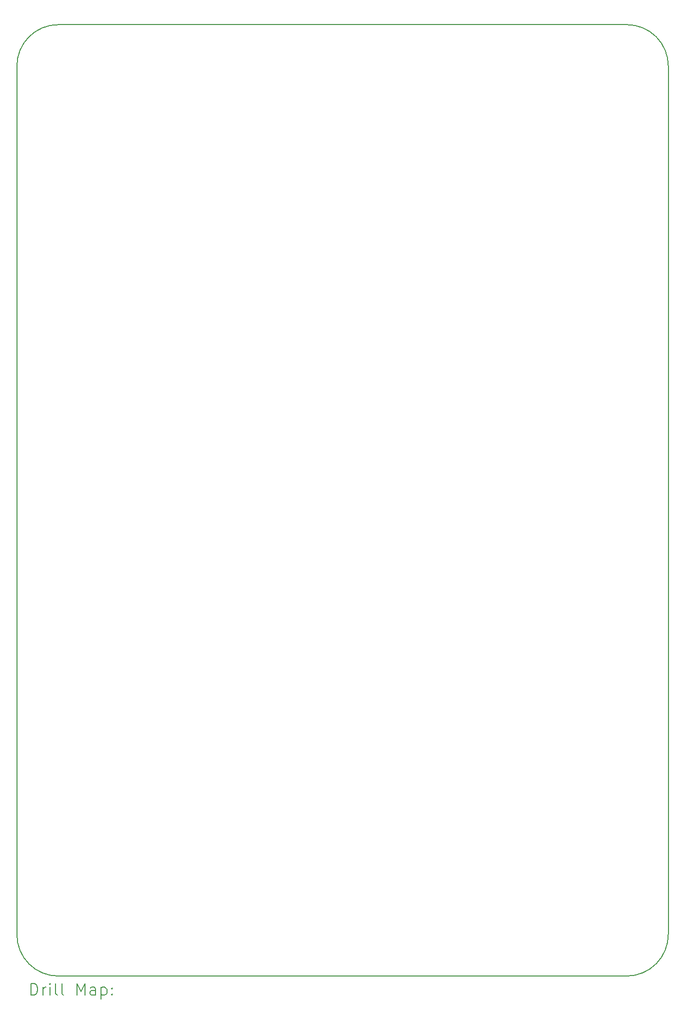
<source format=gbr>
%TF.GenerationSoftware,KiCad,Pcbnew,7.0.2*%
%TF.CreationDate,2023-12-01T11:35:16-06:00*%
%TF.ProjectId,SixteenSegClock-Main,53697874-6565-46e5-9365-67436c6f636b,rev?*%
%TF.SameCoordinates,PX1312d00PYb0866e0*%
%TF.FileFunction,Drillmap*%
%TF.FilePolarity,Positive*%
%FSLAX45Y45*%
G04 Gerber Fmt 4.5, Leading zero omitted, Abs format (unit mm)*
G04 Created by KiCad (PCBNEW 7.0.2) date 2023-12-01 11:35:16*
%MOMM*%
%LPD*%
G01*
G04 APERTURE LIST*
%ADD10C,0.200000*%
G04 APERTURE END LIST*
D10*
X11230000Y15610000D02*
X11230000Y910000D01*
X11230000Y15610000D02*
G75*
G03*
X10530000Y16310000I-699700J300D01*
G01*
X900000Y16310000D02*
X10530000Y16310000D01*
X10530000Y200000D02*
X900000Y200000D01*
X10530000Y199996D02*
G75*
G03*
X11230000Y910000I-4700J704704D01*
G01*
X900000Y16310000D02*
G75*
G03*
X200000Y15610000I-300J-699700D01*
G01*
X200000Y900000D02*
X200000Y15610000D01*
X200000Y900000D02*
G75*
G03*
X900000Y200000I699700J-300D01*
G01*
X437619Y-122524D02*
X437619Y77476D01*
X437619Y77476D02*
X485238Y77476D01*
X485238Y77476D02*
X513809Y67952D01*
X513809Y67952D02*
X532857Y48905D01*
X532857Y48905D02*
X542381Y29857D01*
X542381Y29857D02*
X551905Y-8238D01*
X551905Y-8238D02*
X551905Y-36810D01*
X551905Y-36810D02*
X542381Y-74905D01*
X542381Y-74905D02*
X532857Y-93952D01*
X532857Y-93952D02*
X513809Y-113000D01*
X513809Y-113000D02*
X485238Y-122524D01*
X485238Y-122524D02*
X437619Y-122524D01*
X637619Y-122524D02*
X637619Y10810D01*
X637619Y-27286D02*
X647143Y-8238D01*
X647143Y-8238D02*
X656667Y1286D01*
X656667Y1286D02*
X675714Y10810D01*
X675714Y10810D02*
X694762Y10810D01*
X761428Y-122524D02*
X761428Y10810D01*
X761428Y77476D02*
X751905Y67952D01*
X751905Y67952D02*
X761428Y58428D01*
X761428Y58428D02*
X770952Y67952D01*
X770952Y67952D02*
X761428Y77476D01*
X761428Y77476D02*
X761428Y58428D01*
X885238Y-122524D02*
X866190Y-113000D01*
X866190Y-113000D02*
X856666Y-93952D01*
X856666Y-93952D02*
X856666Y77476D01*
X990000Y-122524D02*
X970952Y-113000D01*
X970952Y-113000D02*
X961428Y-93952D01*
X961428Y-93952D02*
X961428Y77476D01*
X1218571Y-122524D02*
X1218571Y77476D01*
X1218571Y77476D02*
X1285238Y-65381D01*
X1285238Y-65381D02*
X1351905Y77476D01*
X1351905Y77476D02*
X1351905Y-122524D01*
X1532857Y-122524D02*
X1532857Y-17762D01*
X1532857Y-17762D02*
X1523333Y1286D01*
X1523333Y1286D02*
X1504286Y10810D01*
X1504286Y10810D02*
X1466190Y10810D01*
X1466190Y10810D02*
X1447143Y1286D01*
X1532857Y-113000D02*
X1513809Y-122524D01*
X1513809Y-122524D02*
X1466190Y-122524D01*
X1466190Y-122524D02*
X1447143Y-113000D01*
X1447143Y-113000D02*
X1437619Y-93952D01*
X1437619Y-93952D02*
X1437619Y-74905D01*
X1437619Y-74905D02*
X1447143Y-55857D01*
X1447143Y-55857D02*
X1466190Y-46333D01*
X1466190Y-46333D02*
X1513809Y-46333D01*
X1513809Y-46333D02*
X1532857Y-36810D01*
X1628095Y10810D02*
X1628095Y-189190D01*
X1628095Y1286D02*
X1647143Y10810D01*
X1647143Y10810D02*
X1685238Y10810D01*
X1685238Y10810D02*
X1704286Y1286D01*
X1704286Y1286D02*
X1713809Y-8238D01*
X1713809Y-8238D02*
X1723333Y-27286D01*
X1723333Y-27286D02*
X1723333Y-84429D01*
X1723333Y-84429D02*
X1713809Y-103476D01*
X1713809Y-103476D02*
X1704286Y-113000D01*
X1704286Y-113000D02*
X1685238Y-122524D01*
X1685238Y-122524D02*
X1647143Y-122524D01*
X1647143Y-122524D02*
X1628095Y-113000D01*
X1809047Y-103476D02*
X1818571Y-113000D01*
X1818571Y-113000D02*
X1809047Y-122524D01*
X1809047Y-122524D02*
X1799524Y-113000D01*
X1799524Y-113000D02*
X1809047Y-103476D01*
X1809047Y-103476D02*
X1809047Y-122524D01*
X1809047Y1286D02*
X1818571Y-8238D01*
X1818571Y-8238D02*
X1809047Y-17762D01*
X1809047Y-17762D02*
X1799524Y-8238D01*
X1799524Y-8238D02*
X1809047Y1286D01*
X1809047Y1286D02*
X1809047Y-17762D01*
M02*

</source>
